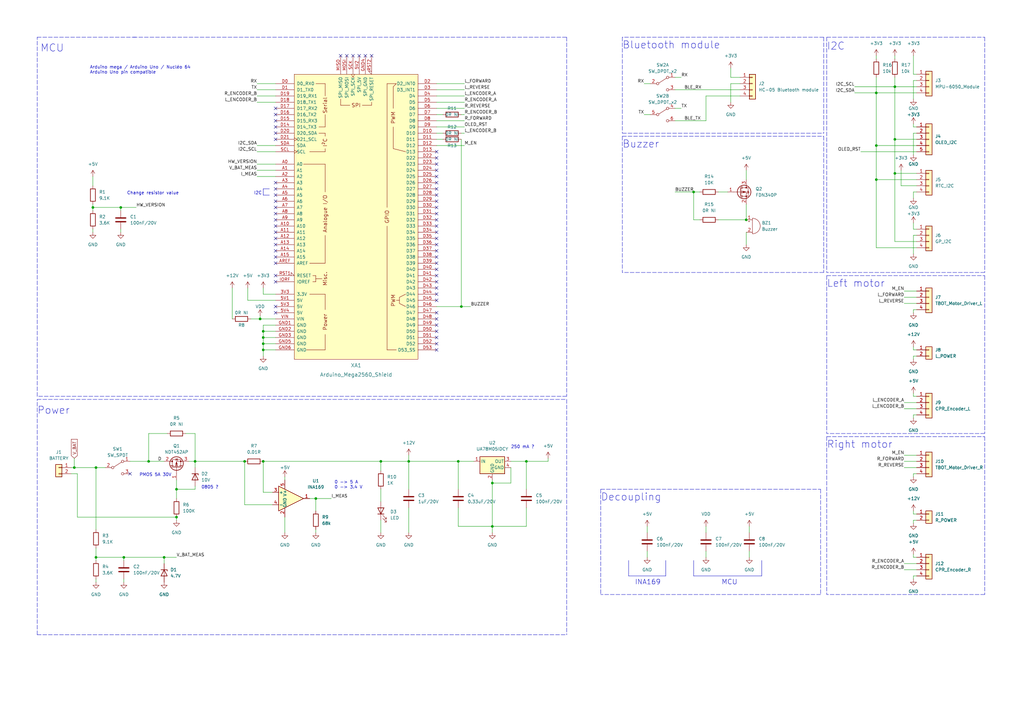
<source format=kicad_sch>
(kicad_sch (version 20211123) (generator eeschema)
  (paper "A3")
  (title_block (title "TBOT main module board") (date "2023-01-29") (rev "1.0") (company "T.JENNY, T.ATEBA"))
  (junction (at 129.54 204.47))
  (junction (at 201.93 198.12))
  (junction (at 156.21 189.23))
  (junction (at 106.68 130.81))
  (junction (at 39.37 191.77))
  (junction (at 100.33 189.23))
  (junction (at 187.96 189.23))
  (junction (at 39.37 228.6))
  (junction (at 359.41 38.1))
  (junction (at 359.41 59.69))
  (junction (at 284.48 78.74))
  (junction (at 80.01 189.23))
  (junction (at 107.95 189.23))
  (junction (at 167.64 189.23))
  (junction (at 306.07 90.17))
  (junction (at 107.95 138.43))
  (junction (at 60.96 189.23))
  (junction (at 215.9 189.23))
  (junction (at 50.8 228.6))
  (junction (at 189.23 125.73))
  (junction (at 67.31 228.6))
  (junction (at 367.03 35.56))
  (junction (at 107.95 140.97))
  (junction (at 367.03 57.15))
  (junction (at 49.53 85.09))
  (junction (at 30.48 191.77))
  (junction (at 72.39 212.09))
  (junction (at 201.93 215.9))
  (junction (at 107.95 135.89))
  (junction (at 107.95 143.51))
  (junction (at 38.1 85.09))
  (junction (at 367.03 71.12))
  (junction (at 359.41 73.66))
  (junction (at 72.39 200.66))
  (no_connect (at 113.03 102.87))
  (no_connect (at 113.03 97.79))
  (no_connect (at 113.03 100.33))
  (no_connect (at 113.03 105.41))
  (no_connect (at 113.03 107.95))
  (no_connect (at 113.03 113.03))
  (no_connect (at 113.03 92.71))
  (no_connect (at 113.03 95.25))
  (no_connect (at 113.03 87.63))
  (no_connect (at 113.03 90.17))
  (no_connect (at 113.03 49.53))
  (no_connect (at 113.03 52.07))
  (no_connect (at 113.03 46.99))
  (no_connect (at 142.24 22.86))
  (no_connect (at 147.32 22.86))
  (no_connect (at 139.7 22.86))
  (no_connect (at 152.4 22.86))
  (no_connect (at 144.78 22.86))
  (no_connect (at 149.86 22.86))
  (no_connect (at 113.03 82.55))
  (no_connect (at 113.03 80.01))
  (no_connect (at 113.03 77.47))
  (no_connect (at 113.03 74.93))
  (no_connect (at 113.03 85.09))
  (no_connect (at 113.03 44.45))
  (no_connect (at 53.34 194.31))
  (no_connect (at 179.07 140.97))
  (no_connect (at 179.07 138.43))
  (no_connect (at 179.07 135.89))
  (no_connect (at 179.07 143.51))
  (no_connect (at 113.03 125.73))
  (no_connect (at 113.03 115.57))
  (no_connect (at 113.03 128.27))
  (no_connect (at 179.07 85.09))
  (no_connect (at 179.07 77.47))
  (no_connect (at 179.07 72.39))
  (no_connect (at 179.07 90.17))
  (no_connect (at 179.07 80.01))
  (no_connect (at 179.07 82.55))
  (no_connect (at 179.07 74.93))
  (no_connect (at 179.07 87.63))
  (no_connect (at 179.07 62.23))
  (no_connect (at 179.07 64.77))
  (no_connect (at 179.07 128.27))
  (no_connect (at 179.07 130.81))
  (no_connect (at 179.07 133.35))
  (no_connect (at 179.07 67.31))
  (no_connect (at 179.07 118.11))
  (no_connect (at 179.07 107.95))
  (no_connect (at 179.07 110.49))
  (no_connect (at 179.07 113.03))
  (no_connect (at 179.07 115.57))
  (no_connect (at 179.07 95.25))
  (no_connect (at 179.07 123.19))
  (no_connect (at 179.07 92.71))
  (no_connect (at 179.07 120.65))
  (no_connect (at 179.07 69.85))
  (no_connect (at 179.07 97.79))
  (no_connect (at 179.07 100.33))
  (no_connect (at 179.07 102.87))
  (no_connect (at 179.07 105.41))
  (no_connect (at 113.03 54.61))
  (no_connect (at 113.03 57.15))
  (polyline (pts (xy 15.24 260.35) (xy 232.41 260.35)))
  (wire (pts (xy 29.21 194.31) (xy 31.75 194.31)))
  (wire (pts (xy 306.07 69.85) (xy 306.07 73.66)))
  (wire (pts (xy 189.23 125.73) (xy 193.04 125.73)))
  (wire (pts (xy 374.65 96.52) (xy 374.65 104.14)))
  (wire (pts (xy 367.03 31.75) (xy 367.03 35.56)))
  (wire (pts (xy 72.39 212.09) (xy 72.39 213.36)))
  (wire (pts (xy 289.56 226.06) (xy 289.56 228.6)))
  (wire (pts (xy 167.64 208.28) (xy 167.64 218.44)))
  (wire (pts (xy 49.53 93.98) (xy 49.53 95.25)))
  (polyline (pts (xy 257.81 229.87) (xy 257.81 236.22)) (stroke (width 0) (type solid)))
  (wire (pts (xy 116.84 195.58) (xy 116.84 196.85)))
  (wire (pts (xy 209.55 189.23) (xy 215.9 189.23)))
  (wire (pts (xy 179.07 39.37) (xy 190.5 39.37)))
  (wire (pts (xy 374.65 194.31) (xy 374.65 195.58)))
  (wire (pts (xy 374.65 22.86) (xy 374.65 30.48)))
  (polyline (pts (xy 403.86 113.03) (xy 403.86 177.8)))
  (wire (pts (xy 265.43 226.06) (xy 265.43 228.6)))
  (wire (pts (xy 156.21 200.66) (xy 156.21 205.74)))
  (wire (pts (xy 370.84 121.92) (xy 375.92 121.92)))
  (wire (pts (xy 375.92 73.66) (xy 359.41 73.66)))
  (wire (pts (xy 187.96 189.23) (xy 187.96 200.66)))
  (wire (pts (xy 276.86 44.45) (xy 279.4 44.45)))
  (wire (pts (xy 189.23 54.61) (xy 190.5 54.61)))
  (wire (pts (xy 67.31 228.6) (xy 50.8 228.6)))
  (polyline (pts (xy 403.86 15.24) (xy 403.86 111.76)))
  (wire (pts (xy 77.47 189.23) (xy 80.01 189.23)))
  (wire (pts (xy 374.65 50.8) (xy 374.65 52.07)))
  (wire (pts (xy 375.92 162.56) (xy 374.65 162.56)))
  (wire (pts (xy 100.33 207.01) (xy 111.76 207.01)))
  (wire (pts (xy 375.92 30.48) (xy 374.65 30.48)))
  (wire (pts (xy 68.58 177.8) (xy 60.96 177.8)))
  (wire (pts (xy 95.25 118.11) (xy 95.25 130.81)))
  (wire (pts (xy 179.07 52.07) (xy 190.5 52.07)))
  (polyline (pts (xy 284.48 229.87) (xy 284.48 236.22)) (stroke (width 0) (type solid)))
  (wire (pts (xy 38.1 93.98) (xy 38.1 95.25)))
  (wire (pts (xy 299.72 34.29) (xy 299.72 41.91)))
  (wire (pts (xy 105.41 72.39) (xy 113.03 72.39)))
  (wire (pts (xy 49.53 85.09) (xy 49.53 86.36)))
  (polyline (pts (xy 339.09 179.07) (xy 339.09 243.84)))
  (wire (pts (xy 350.52 35.56) (xy 367.03 35.56)))
  (wire (pts (xy 375.92 54.61) (xy 374.65 54.61)))
  (wire (pts (xy 359.41 73.66) (xy 359.41 101.6)))
  (wire (pts (xy 367.03 35.56) (xy 375.92 35.56)))
  (wire (pts (xy 156.21 189.23) (xy 167.64 189.23)))
  (wire (pts (xy 107.95 143.51) (xy 107.95 146.05)))
  (wire (pts (xy 353.06 62.23) (xy 375.92 62.23)))
  (wire (pts (xy 107.95 140.97) (xy 107.95 143.51)))
  (wire (pts (xy 375.92 101.6) (xy 359.41 101.6)))
  (wire (pts (xy 116.84 212.09) (xy 116.84 218.44)))
  (wire (pts (xy 289.56 39.37) (xy 303.53 39.37)))
  (wire (pts (xy 50.8 228.6) (xy 50.8 229.87)))
  (wire (pts (xy 201.93 215.9) (xy 201.93 218.44)))
  (wire (pts (xy 374.65 170.18) (xy 374.65 171.45)))
  (wire (pts (xy 201.93 198.12) (xy 201.93 215.9)))
  (wire (pts (xy 359.41 31.75) (xy 359.41 38.1)))
  (wire (pts (xy 265.43 215.9) (xy 265.43 218.44)))
  (polyline (pts (xy 15.24 260.35) (xy 15.24 163.83)))
  (polyline (pts (xy 284.48 236.22) (xy 312.42 236.22)) (stroke (width 0) (type solid)))
  (wire (pts (xy 370.84 231.14) (xy 375.92 231.14)))
  (wire (pts (xy 375.92 99.06) (xy 367.03 99.06)))
  (polyline (pts (xy 337.82 15.24) (xy 255.27 15.24)))
  (wire (pts (xy 370.84 165.1) (xy 375.92 165.1)))
  (wire (pts (xy 189.23 46.99) (xy 190.5 46.99)))
  (wire (pts (xy 50.8 237.49) (xy 50.8 238.76)))
  (wire (pts (xy 370.84 189.23) (xy 375.92 189.23)))
  (wire (pts (xy 67.31 228.6) (xy 67.31 231.14)))
  (polyline (pts (xy 337.82 111.76) (xy 255.27 111.76)))
  (wire (pts (xy 374.65 210.82) (xy 375.92 210.82)))
  (polyline (pts (xy 54.61 15.24) (xy 232.41 15.24)))
  (wire (pts (xy 49.53 85.09) (xy 55.88 85.09)))
  (polyline (pts (xy 339.09 113.03) (xy 403.86 113.03)))
  (polyline (pts (xy 255.27 54.61) (xy 337.82 54.61)))
  (wire (pts (xy 306.07 83.82) (xy 306.07 90.17)))
  (wire (pts (xy 113.03 133.35) (xy 107.95 133.35)))
  (wire (pts (xy 299.72 27.94) (xy 299.72 31.75)))
  (wire (pts (xy 294.64 90.17) (xy 306.07 90.17)))
  (wire (pts (xy 201.93 215.9) (xy 215.9 215.9)))
  (wire (pts (xy 374.65 142.24) (xy 374.65 143.51)))
  (wire (pts (xy 276.86 78.74) (xy 284.48 78.74)))
  (wire (pts (xy 375.92 236.22) (xy 374.65 236.22)))
  (wire (pts (xy 287.02 90.17) (xy 284.48 90.17)))
  (polyline (pts (xy 255.27 15.24) (xy 255.27 54.61)))
  (wire (pts (xy 179.07 36.83) (xy 190.5 36.83)))
  (wire (pts (xy 276.86 36.83) (xy 303.53 36.83)))
  (polyline (pts (xy 246.38 200.66) (xy 336.55 200.66)))
  (wire (pts (xy 367.03 71.12) (xy 367.03 99.06)))
  (wire (pts (xy 359.41 38.1) (xy 375.92 38.1)))
  (wire (pts (xy 367.03 57.15) (xy 375.92 57.15)))
  (polyline (pts (xy 339.09 15.24) (xy 339.09 111.76)))
  (wire (pts (xy 106.68 129.54) (xy 106.68 130.81)))
  (polyline (pts (xy 232.41 163.83) (xy 232.41 260.35)))
  (wire (pts (xy 374.65 127) (xy 374.65 128.27)))
  (wire (pts (xy 303.53 34.29) (xy 299.72 34.29)))
  (polyline (pts (xy 337.82 15.24) (xy 337.82 54.61)))
  (wire (pts (xy 189.23 57.15) (xy 189.23 125.73)))
  (wire (pts (xy 179.07 57.15) (xy 181.61 57.15)))
  (wire (pts (xy 105.41 59.69) (xy 113.03 59.69)))
  (wire (pts (xy 39.37 191.77) (xy 43.18 191.77)))
  (wire (pts (xy 30.48 187.96) (xy 30.48 191.77)))
  (polyline (pts (xy 15.24 162.56) (xy 15.24 15.24)))
  (wire (pts (xy 359.41 59.69) (xy 375.92 59.69)))
  (wire (pts (xy 303.53 31.75) (xy 299.72 31.75)))
  (wire (pts (xy 374.65 209.55) (xy 374.65 210.82)))
  (wire (pts (xy 266.7 34.29) (xy 264.16 34.29)))
  (wire (pts (xy 105.41 34.29) (xy 113.03 34.29)))
  (wire (pts (xy 38.1 72.39) (xy 38.1 76.2)))
  (wire (pts (xy 350.52 38.1) (xy 359.41 38.1)))
  (wire (pts (xy 107.95 201.93) (xy 111.76 201.93)))
  (wire (pts (xy 107.95 143.51) (xy 113.03 143.51)))
  (wire (pts (xy 215.9 189.23) (xy 224.79 189.23)))
  (polyline (pts (xy 339.09 15.24) (xy 403.86 15.24)))
  (wire (pts (xy 201.93 198.12) (xy 209.55 198.12)))
  (wire (pts (xy 375.92 143.51) (xy 374.65 143.51)))
  (wire (pts (xy 187.96 215.9) (xy 201.93 215.9)))
  (polyline (pts (xy 336.55 200.66) (xy 336.55 243.84)))
  (wire (pts (xy 105.41 67.31) (xy 113.03 67.31)))
  (wire (pts (xy 375.92 228.6) (xy 374.65 228.6)))
  (wire (pts (xy 38.1 85.09) (xy 38.1 86.36)))
  (wire (pts (xy 72.39 200.66) (xy 80.01 200.66)))
  (polyline (pts (xy 339.09 179.07) (xy 403.86 179.07)))
  (wire (pts (xy 359.41 59.69) (xy 359.41 73.66)))
  (wire (pts (xy 307.34 226.06) (xy 307.34 228.6)))
  (wire (pts (xy 156.21 189.23) (xy 156.21 193.04)))
  (wire (pts (xy 179.07 49.53) (xy 190.5 49.53)))
  (wire (pts (xy 374.65 227.33) (xy 374.65 228.6)))
  (wire (pts (xy 224.79 187.96) (xy 224.79 189.23)))
  (wire (pts (xy 107.95 133.35) (xy 107.95 135.89)))
  (wire (pts (xy 276.86 49.53) (xy 289.56 49.53)))
  (wire (pts (xy 167.64 189.23) (xy 167.64 200.66)))
  (wire (pts (xy 289.56 49.53) (xy 289.56 39.37)))
  (polyline (pts (xy 107.95 77.47) (xy 110.49 77.47)) (stroke (width 0) (type solid)))
  (wire (pts (xy 307.34 215.9) (xy 307.34 218.44)))
  (wire (pts (xy 179.07 54.61) (xy 181.61 54.61)))
  (wire (pts (xy 39.37 224.79) (xy 39.37 228.6)))
  (wire (pts (xy 38.1 83.82) (xy 38.1 85.09)))
  (wire (pts (xy 370.84 167.64) (xy 375.92 167.64)))
  (polyline (pts (xy 110.49 80.01) (xy 107.95 80.01)) (stroke (width 0) (type solid)))
  (wire (pts (xy 284.48 78.74) (xy 287.02 78.74)))
  (wire (pts (xy 30.48 191.77) (xy 39.37 191.77)))
  (wire (pts (xy 209.55 191.77) (xy 209.55 198.12)))
  (wire (pts (xy 359.41 22.86) (xy 359.41 24.13)))
  (wire (pts (xy 374.65 54.61) (xy 374.65 63.5)))
  (wire (pts (xy 129.54 217.17) (xy 129.54 218.44)))
  (wire (pts (xy 107.95 140.97) (xy 113.03 140.97)))
  (wire (pts (xy 370.84 191.77) (xy 375.92 191.77)))
  (wire (pts (xy 375.92 213.36) (xy 374.65 213.36)))
  (wire (pts (xy 39.37 237.49) (xy 39.37 238.76)))
  (wire (pts (xy 53.34 189.23) (xy 60.96 189.23)))
  (wire (pts (xy 129.54 204.47) (xy 129.54 209.55)))
  (wire (pts (xy 107.95 189.23) (xy 156.21 189.23)))
  (polyline (pts (xy 15.24 15.24) (xy 55.88 15.24)))
  (polyline (pts (xy 403.86 179.07) (xy 403.86 243.84)))
  (wire (pts (xy 215.9 208.28) (xy 215.9 215.9)))
  (wire (pts (xy 367.03 35.56) (xy 367.03 57.15)))
  (wire (pts (xy 375.92 146.05) (xy 374.65 146.05)))
  (polyline (pts (xy 246.38 200.66) (xy 246.38 243.84)))
  (wire (pts (xy 107.95 135.89) (xy 107.95 138.43)))
  (wire (pts (xy 107.95 138.43) (xy 107.95 140.97)))
  (wire (pts (xy 179.07 34.29) (xy 190.5 34.29)))
  (wire (pts (xy 375.92 78.74) (xy 374.65 78.74)))
  (wire (pts (xy 201.93 196.85) (xy 201.93 198.12)))
  (wire (pts (xy 39.37 228.6) (xy 39.37 229.87)))
  (polyline (pts (xy 312.42 229.87) (xy 312.42 236.22)) (stroke (width 0) (type solid)))
  (wire (pts (xy 76.2 177.8) (xy 80.01 177.8)))
  (polyline (pts (xy 403.86 111.76) (xy 339.09 111.76)))
  (wire (pts (xy 105.41 36.83) (xy 113.03 36.83)))
  (wire (pts (xy 105.41 69.85) (xy 113.03 69.85)))
  (wire (pts (xy 284.48 78.74) (xy 284.48 90.17)))
  (wire (pts (xy 179.07 125.73) (xy 189.23 125.73)))
  (wire (pts (xy 179.07 44.45) (xy 190.5 44.45)))
  (wire (pts (xy 60.96 189.23) (xy 67.31 189.23)))
  (wire (pts (xy 375.92 194.31) (xy 374.65 194.31)))
  (wire (pts (xy 359.41 38.1) (xy 359.41 59.69)))
  (wire (pts (xy 38.1 85.09) (xy 49.53 85.09)))
  (wire (pts (xy 375.92 96.52) (xy 374.65 96.52)))
  (wire (pts (xy 72.39 212.09) (xy 31.75 212.09)))
  (wire (pts (xy 375.92 127) (xy 374.65 127)))
  (wire (pts (xy 107.95 189.23) (xy 107.95 201.93)))
  (wire (pts (xy 187.96 208.28) (xy 187.96 215.9)))
  (polyline (pts (xy 403.86 243.84) (xy 339.09 243.84)))
  (polyline (pts (xy 273.05 229.87) (xy 273.05 236.22)) (stroke (width 0) (type solid)))
  (wire (pts (xy 179.07 41.91) (xy 190.5 41.91)))
  (wire (pts (xy 374.65 213.36) (xy 374.65 214.63)))
  (wire (pts (xy 374.65 146.05) (xy 374.65 147.32)))
  (wire (pts (xy 105.41 39.37) (xy 113.03 39.37)))
  (wire (pts (xy 129.54 204.47) (xy 135.89 204.47)))
  (wire (pts (xy 374.65 236.22) (xy 374.65 237.49)))
  (wire (pts (xy 80.01 177.8) (xy 80.01 189.23)))
  (polyline (pts (xy 336.55 243.84) (xy 246.38 243.84)))
  (wire (pts (xy 367.03 57.15) (xy 367.03 71.12)))
  (wire (pts (xy 374.65 78.74) (xy 374.65 81.28)))
  (wire (pts (xy 156.21 213.36) (xy 156.21 218.44)))
  (wire (pts (xy 167.64 186.69) (xy 167.64 189.23)))
  (polyline (pts (xy 255.27 55.88) (xy 337.82 55.88)))
  (wire (pts (xy 107.95 135.89) (xy 113.03 135.89)))
  (wire (pts (xy 102.87 130.81) (xy 106.68 130.81)))
  (wire (pts (xy 375.92 33.02) (xy 374.65 33.02)))
  (wire (pts (xy 367.03 22.86) (xy 367.03 24.13)))
  (wire (pts (xy 39.37 228.6) (xy 50.8 228.6)))
  (wire (pts (xy 39.37 191.77) (xy 39.37 217.17)))
  (wire (pts (xy 105.41 62.23) (xy 113.03 62.23)))
  (wire (pts (xy 107.95 118.11) (xy 107.95 120.65)))
  (wire (pts (xy 375.92 93.98) (xy 374.65 93.98)))
  (wire (pts (xy 113.03 123.19) (xy 101.6 123.19)))
  (wire (pts (xy 67.31 228.6) (xy 72.39 228.6)))
  (wire (pts (xy 374.65 161.29) (xy 374.65 162.56)))
  (wire (pts (xy 31.75 194.31) (xy 31.75 212.09)))
  (wire (pts (xy 60.96 177.8) (xy 60.96 189.23)))
  (wire (pts (xy 289.56 215.9) (xy 289.56 218.44)))
  (wire (pts (xy 127 204.47) (xy 129.54 204.47)))
  (wire (pts (xy 80.01 189.23) (xy 80.01 191.77)))
  (wire (pts (xy 306.07 95.25) (xy 306.07 100.33)))
  (wire (pts (xy 105.41 41.91) (xy 113.03 41.91)))
  (wire (pts (xy 107.95 138.43) (xy 113.03 138.43)))
  (wire (pts (xy 106.68 130.81) (xy 113.03 130.81)))
  (wire (pts (xy 179.07 59.69) (xy 190.5 59.69)))
  (wire (pts (xy 375.92 71.12) (xy 367.03 71.12)))
  (wire (pts (xy 101.6 118.11) (xy 101.6 123.19)))
  (polyline (pts (xy 337.82 55.88) (xy 337.82 111.76)))
  (wire (pts (xy 276.86 31.75) (xy 279.4 31.75)))
  (wire (pts (xy 215.9 189.23) (xy 215.9 200.66)))
  (polyline (pts (xy 232.41 15.24) (xy 232.41 162.56)))
  (wire (pts (xy 369.57 76.2) (xy 375.92 76.2)))
  (wire (pts (xy 72.39 200.66) (xy 72.39 196.85)))
  (wire (pts (xy 72.39 200.66) (xy 72.39 204.47)))
  (polyline (pts (xy 107.95 80.01) (xy 107.95 77.47)) (stroke (width 0) (type solid)))
  (polyline (pts (xy 257.81 236.22) (xy 273.05 236.22)) (stroke (width 0) (type solid)))
  (polyline (pts (xy 403.86 177.8) (xy 339.09 177.8)))
  (wire (pts (xy 370.84 124.46) (xy 375.92 124.46)))
  (polyline (pts (xy 339.09 113.03) (xy 339.09 177.8)))
  (wire (pts (xy 369.57 69.85) (xy 369.57 76.2)))
  (wire (pts (xy 29.21 191.77) (xy 30.48 191.77)))
  (wire (pts (xy 266.7 46.99) (xy 264.16 46.99)))
  (wire (pts (xy 370.84 119.38) (xy 375.92 119.38)))
  (polyline (pts (xy 15.24 163.83) (xy 232.41 163.83)))
  (wire (pts (xy 374.65 33.02) (xy 374.65 40.64)))
  (wire (pts (xy 100.33 189.23) (xy 100.33 207.01)))
  (wire (pts (xy 187.96 189.23) (xy 194.31 189.23)))
  (wire (pts (xy 375.92 52.07) (xy 374.65 52.07)))
  (wire (pts (xy 374.65 91.44) (xy 374.65 93.98)))
  (wire (pts (xy 370.84 233.68) (xy 375.92 233.68)))
  (polyline (pts (xy 232.41 162.56) (xy 15.24 162.56)))
  (wire (pts (xy 294.64 78.74) (xy 298.45 78.74)))
  (wire (pts (xy 370.84 186.69) (xy 375.92 186.69)))
  (polyline (pts (xy 255.27 55.88) (xy 255.27 111.76)))
  (wire (pts (xy 375.92 170.18) (xy 374.65 170.18)))
  (wire (pts (xy 167.64 189.23) (xy 187.96 189.23)))
  (wire (pts (xy 113.03 120.65) (xy 107.95 120.65)))
  (wire (pts (xy 80.01 199.39) (xy 80.01 200.66)))
  (wire (pts (xy 179.07 46.99) (xy 181.61 46.99)))
  (wire (pts (xy 80.01 189.23) (xy 100.33 189.23)))
  (text "250 mA ?" (at 209.55 184.15 0) (effects (font (size 1.27 1.27)) (justify left bottom)))
  (text "INA169" (at 260.35 240.03 0) (effects (font (size 2 2)) (justify left bottom)))
  (text "MCU" (at 295.91 240.03 0) (effects (font (size 2 2)) (justify left bottom)))
  (text "Right motor" (at 339.09 184.15 0) (effects (font (size 3 3)) (justify left bottom)))
  (text "0 -> 5 A\n0 -> 3.4 V" (at 137.16 200.66 0) (effects (font (size 1.27 1.27)) (justify left bottom)))
  (text "Bluetooth module" (at 255.27 20.32 0) (effects (font (size 3 3)) (justify left bottom)))
  (text "Decoupling" (at 246.38 205.74 0) (effects (font (size 3 3)) (justify left bottom)))
  (text "Arduino mega / Arduino Uno / Nucléo 64\nArduino Uno pin compatible" (at 36.83 30.48 0) (effects (font (size 1.27 1.27)) (justify left bottom)))
  (text "I2C" (at 104.14 80.01 0) (effects (font (size 1.27 1.27)) (justify left bottom)))
  (text "Buzzer" (at 255.27 60.96 0) (effects (font (size 3 3)) (justify left bottom)))
  (text "0805 ?" (at 82.55 200.66 0) (effects (font (size 1.27 1.27)) (justify left bottom)))
  (text "I2C\n\n\n" (at 339.09 30.48 0) (effects (font (size 3 3)) (justify left bottom)))
  (text "Change resistor value" (at 52.07 80.01 0) (effects (font (size 1.27 1.27)) (justify left bottom)))
  (text "Left motor" (at 339.09 118.11 0) (effects (font (size 3 3)) (justify left bottom)))
  (text "Power" (at 15.24 170.18 0) (effects (font (size 3 3)) (justify left bottom)))
  (text "PMOS 5A 30V" (at 57.15 195.58 0) (effects (font (size 1.27 1.27)) (justify left bottom)))
  (text "MCU" (at 16.51 21.59 0) (effects (font (size 3 3)) (justify left bottom)))
  (label "L_ENCODER_B" (at 370.84 167.64 180))
  (label "L_ENCODER_A" (at 190.5 39.37 0))
  (label "TX" (at 105.41 36.83 180))
  (label "L_ENCODER_B" (at 105.41 41.91 180))
  (label "HW_VERSION" (at 105.41 67.31 180))
  (label "RX" (at 264.16 34.29 180))
  (label "V_BAT_MEAS" (at 72.39 228.6 0))
  (label "M_EN" (at 370.84 186.69 180))
  (label "R_ENCODER_A" (at 370.84 231.14 180))
  (label "RX" (at 279.4 31.75 0))
  (label "I2C_SCL" (at 350.52 35.56 180))
  (label "M_EN" (at 190.5 59.69 0))
  (label "L_FORWARD" (at 370.84 121.92 180))
  (label "I2C_SDA" (at 350.52 38.1 180))
  (label "BUZZER" (at 193.04 125.73 0))
  (label "TX" (at 264.16 46.99 180))
  (label "L_ENCODER_B" (at 190.5 54.61 0))
  (label "R_FORWARD" (at 190.5 49.53 0))
  (label "R_ENCODER_B" (at 190.5 46.99 0))
  (label "BUZZER" (at 276.86 78.74 0))
  (label "L_FORWARD" (at 190.5 34.29 0))
  (label "I2C_SDA" (at 105.41 59.69 180))
  (label "R_REVERSE" (at 190.5 44.45 0))
  (label "OLED_RST" (at 353.06 62.23 180))
  (label "D" (at 64.77 189.23 0))
  (label "M_EN" (at 370.84 119.38 180))
  (label "OLED_RST" (at 190.5 52.07 0))
  (label "BLE_RX" (at 280.67 36.83 0))
  (label "R_REVERSE" (at 370.84 191.77 180))
  (label "HW_VERSION" (at 55.88 85.09 0))
  (label "V_BAT_MEAS" (at 105.41 69.85 180))
  (label "R_ENCODER_A" (at 190.5 41.91 0))
  (label "L_REVERSE" (at 370.84 124.46 180))
  (label "BLE_TX" (at 280.67 49.53 0))
  (label "RX" (at 105.41 34.29 180))
  (label "I_MEAS" (at 105.41 72.39 180))
  (label "R_ENCODER_B" (at 370.84 233.68 180))
  (label "I_MEAS" (at 135.89 204.47 0))
  (label "L_ENCODER_A" (at 370.84 165.1 180))
  (label "TX" (at 279.4 44.45 0))
  (label "L_REVERSE" (at 190.5 36.83 0))
  (label "R_FORWARD" (at 370.84 189.23 180))
  (label "I2C_SCL" (at 105.41 62.23 180))
  (label "R_ENCODER_B" (at 105.41 39.37 180))
  (global_label "V_BAT" (shape input) (at 30.48 187.96 90) (property "Intersheet References" "${INTERSHEET_REFS}" (effects hide)))
  (symbol (lib_id "power:GND") (at 374.65 237.49 0) (unit 1)
    (property "Reference" "#PWR049" (effects hide))
    (property "Value" "GND" (at 374.65 242.57 0))
  )
  (symbol (lib_id "power:+5V") (at 224.79 187.96 0) (unit 1)
    (property "Reference" "#PWR019" (effects hide))
    (property "Value" "+5V" (at 224.79 182.88 0))
  )
  (symbol (lib_id "power:GND") (at 374.65 63.5 0) (unit 1)
    (property "Reference" "#PWR036" (effects hide))
    (property "Value" "GND" (at 374.65 67.31 0))
  )
  (symbol (lib_id "power:+5V") (at 116.84 195.58 0) (unit 1)
    (property "Reference" "#PWR012" (effects hide))
    (property "Value" "+5V" (at 116.84 191.77 0))
  )
  (symbol (lib_id "Device:C") (at 289.56 222.25 0) (unit 1)
    (property "Reference" "C7" (at 293.37 220.9799 0) (effects (justify left)))
    (property "Value" "100nF/20V" (at 293.37 223.5199 0) (effects (justify left)))
    (property "Footprint" "Capacitor_SMD:C_0805_2012Metric" (effects hide))
  )
  (symbol (lib_id "power:+3.3V") (at 374.65 22.86 0) (unit 1)
    (property "Reference" "#PWR033" (effects hide))
    (property "Value" "+3.3V" (at 374.65 17.78 0))
  )
  (symbol (lib_id "Transistor_FET:FDN340P") (at 303.53 78.74 0) (unit 1)
    (property "Reference" "Q2" (at 309.88 77.4699 0) (effects (justify left)))
    (property "Value" "FDN340P" (at 309.88 80.0099 0) (effects (justify left)))
    (property "Footprint" "Package_TO_SOT_SMD:SOT-23" (effects hide))
    (property "Datasheet" "https://www.onsemi.com/pub/Collateral/FDN340P-D.PDF" (effects hide))
  )
  (symbol (lib_id "Device:C") (at 215.9 204.47 0) (unit 1)
    (property "Reference" "C5" (at 219.71 203.1999 0) (effects (justify left)))
    (property "Value" "100nF/20V" (at 219.71 205.7399 0) (effects (justify left)))
    (property "Footprint" "Capacitor_SMD:C_0805_2012Metric" (effects hide))
  )
  (symbol (lib_id "Connector_Generic:Conn_01x04") (at 381 121.92 0) (unit 1)
    (property "Reference" "J7" (at 383.54 121.9199 0) (effects (justify left)))
    (property "Value" "TBOT_Motor_Driver_L" (at 383.54 124.4599 0) (effects (justify left)))
    (property "Footprint" "Connector_PinHeader_2.54mm:PinHeader_1x04_P2.54mm_Vertical" (effects hide))
  )
  (symbol (lib_id "power:GND") (at 72.39 213.36 0) (unit 1)
    (property "Reference" "#PWR07" (effects hide))
    (property "Value" "GND" (at 72.39 218.44 0))
  )
  (symbol (lib_id "Amplifier_Current:INA169") (at 119.38 204.47 0) (unit 1)
    (property "Reference" "U1" (at 129.54 197.231 0))
    (property "Value" "INA169" (at 129.54 199.771 0))
    (property "Footprint" "Package_TO_SOT_SMD:SOT-23-5" (effects hide))
    (property "Datasheet" "http://www.ti.com/lit/ds/symlink/ina169.pdf" (effects hide))
  )
  (symbol (lib_id "Connector_Generic:Conn_01x05") (at 381 57.15 0) (unit 1)
    (property "Reference" "J4" (at 383.54 55.8799 0) (effects (justify left)))
    (property "Value" "OLED_I2C" (at 383.54 58.4199 0) (effects (justify left)))
    (property "Footprint" "Connector_PinSocket_2.54mm:PinSocket_1x05_P2.54mm_Vertical" (effects hide))
  )
  (symbol (lib_id "Connector_Generic:Conn_01x04") (at 381 189.23 0) (unit 1)
    (property "Reference" "J10" (at 383.54 189.2299 0) (effects (justify left)))
    (property "Value" "TBOT_Motor_Driver_R" (at 383.54 191.7699 0) (effects (justify left)))
    (property "Footprint" "Connector_PinHeader_2.54mm:PinHeader_1x04_P2.54mm_Vertical" (effects hide))
  )
  (symbol (lib_id "power:+3.3V") (at 374.65 50.8 0) (unit 1)
    (property "Reference" "#PWR035" (effects hide))
    (property "Value" "+3.3V" (at 374.65 46.99 0))
  )
  (symbol (lib_id "Connector_Generic:Conn_01x02") (at 24.13 191.77 0) (mirror y) (unit 1)
    (property "Reference" "J1" (at 24.13 185.42 0))
    (property "Value" "BATTERY" (at 24.13 187.96 0))
    (property "Footprint" "TerminalBlock_Phoenix:TerminalBlock_Phoenix_MKDS-1,5-2-5.08_1x02_P5.08mm_Horizontal" (effects hide))
  )
  (symbol (lib_id "Connector_Generic:Conn_01x04") (at 381 33.02 0) (unit 1)
    (property "Reference" "J3" (at 383.54 33.0199 0) (effects (justify left)))
    (property "Value" "MPU-6050_Module" (at 383.54 35.5599 0) (effects (justify left)))
    (property "Footprint" "Module:MPU-6050_Module" (effects hide))
  )
  (symbol (lib_id "power:+3.3V") (at 374.65 91.44 0) (unit 1)
    (property "Reference" "#PWR038" (effects hide))
    (property "Value" "+3.3V" (at 374.65 87.63 0))
  )
  (symbol (lib_id "power:GND") (at 374.65 214.63 0) (unit 1)
    (property "Reference" "#PWR047" (effects hide))
    (property "Value" "GND" (at 374.65 219.71 0))
  )
  (symbol (lib_id "Switch:SW_DPDT_x2") (at 271.78 34.29 0) (unit 1)
    (property "Reference" "SW2" (at 271.78 26.67 0))
    (property "Value" "SW_DPDT_x2" (at 271.78 29.21 0))
  )
  (symbol (lib_id "Device:R") (at 39.37 233.68 0) (unit 1)
    (property "Reference" "R4" (at 41.91 232.4099 0) (effects (justify left)))
    (property "Value" "3.6K" (at 41.91 234.9499 0) (effects (justify left)))
    (property "Footprint" "Resistor_SMD:R_0805_2012Metric" (effects hide))
  )
  (symbol (lib_id "Device:R") (at 367.03 27.94 0) (unit 1)
    (property "Reference" "R17" (at 369.57 26.6699 0) (effects (justify left)))
    (property "Value" "10k" (at 369.57 29.2099 0) (effects (justify left)))
    (property "Footprint" "Resistor_SMD:R_0805_2012Metric" (effects hide))
  )
  (symbol (lib_id "Device:LED") (at 156.21 209.55 90) (unit 1)
    (property "Reference" "D3" (at 160.02 209.8674 90) (effects (justify right)))
    (property "Value" "LED" (at 160.02 212.4074 90) (effects (justify right)))
    (property "Footprint" "LED_SMD:LED_0805_2012Metric" (effects hide))
  )
  (symbol (lib_id "power:+5V") (at 307.34 215.9 0) (unit 1)
    (property "Reference" "#PWR028" (effects hide))
    (property "Value" "+5V" (at 307.34 210.82 0))
  )
  (symbol (lib_id "power:+3.3V") (at 299.72 27.94 0) (unit 1)
    (property "Reference" "#PWR024" (effects hide))
    (property "Value" "+3.3V" (at 299.72 22.86 0))
  )
  (symbol (lib_id "power:GND") (at 38.1 95.25 0) (unit 1)
    (property "Reference" "#PWR02" (effects hide))
    (property "Value" "GND" (at 38.1 100.33 0))
  )
  (symbol (lib_id "Arduino:Arduino_Mega2560_Shield") (at 146.05 88.9 0) (unit 1)
    (property "Reference" "XA1" (at 146.05 149.86 0) (effects (font (size 1.524 1.524))))
    (property "Value" "Arduino_Mega2560_Shield" (at 146.05 153.67 0) (effects (font (size 1.524 1.524))))
    (property "Footprint" "Arduino_Library:Arduino_Mega2560_Shield" (effects hide))
    (property "Datasheet" "https://docs.arduino.cc/hardware/mega-2560" (effects hide))
  )
  (symbol (lib_id "power:GND") (at 374.65 128.27 0) (unit 1)
    (property "Reference" "#PWR040" (effects hide))
    (property "Value" "GND" (at 374.65 133.35 0))
  )
  (symbol (lib_id "Device:C") (at 187.96 204.47 0) (unit 1)
    (property "Reference" "C4" (at 191.77 203.1999 0) (effects (justify left)))
    (property "Value" "0.33uF/20V" (at 191.77 205.7399 0) (effects (justify left)))
    (property "Footprint" "Capacitor_SMD:C_0805_2012Metric" (effects hide))
  )
  (symbol (lib_id "power:GND") (at 374.65 147.32 0) (unit 1)
    (property "Reference" "#PWR042" (effects hide))
    (property "Value" "GND" (at 374.65 152.4 0))
  )
  (symbol (lib_id "Connector_Generic:Conn_01x02") (at 381 143.51 0) (unit 1)
    (property "Reference" "J8" (at 383.54 143.5099 0) (effects (justify left)))
    (property "Value" "L_POWER" (at 383.54 146.0499 0) (effects (justify left)))
    (property "Footprint" "TerminalBlock_Phoenix:TerminalBlock_Phoenix_MKDS-1,5-2-5.08_1x02_P5.08mm_Horizontal" (effects hide))
  )
  (symbol (lib_id "power:+3.3V") (at 369.57 69.85 0) (unit 1)
    (property "Reference" "#PWR032" (effects hide))
    (property "Value" "+3.3V" (at 369.57 64.77 0))
  )
  (symbol (lib_id "power:GND") (at 39.37 238.76 0) (unit 1)
    (property "Reference" "#PWR03" (effects hide))
    (property "Value" "GND" (at 39.37 243.84 0))
  )
  (symbol (lib_id "Device:D_Zener") (at 67.31 234.95 270) (unit 1)
    (property "Reference" "D1" (at 69.85 233.6799 90) (effects (justify left)))
    (property "Value" "4.7V" (at 69.85 236.2199 90) (effects (justify left)))
    (property "Footprint" "Diode_SMD:D_SOD-323" (effects hide))
  )
  (symbol (lib_id "Device:C") (at 265.43 222.25 0) (unit 1)
    (property "Reference" "C6" (at 269.24 220.9799 0) (effects (justify left)))
    (property "Value" "100nF/20V" (at 269.24 223.5199 0) (effects (justify left)))
    (property "Footprint" "Capacitor_SMD:C_0805_2012Metric" (effects hide))
  )
  (symbol (lib_id "power:GND") (at 265.43 228.6 0) (unit 1)
    (property "Reference" "#PWR021" (effects hide))
    (property "Value" "GND" (at 265.43 233.68 0))
  )
  (symbol (lib_id "power:+5V") (at 374.65 161.29 0) (unit 1)
    (property "Reference" "#PWR043" (effects hide))
    (property "Value" "+5V" (at 374.65 156.21 0))
  )
  (symbol (lib_id "Transistor_FET:ZXMP3A16G") (at 72.39 191.77 90) (unit 1)
    (property "Reference" "Q1" (at 72.39 182.88 90))
    (property "Value" "NDT452AP" (at 72.39 185.42 90))
    (property "Footprint" "Package_TO_SOT_SMD:SOT-223-3_TabPin2" (effects hide))
    (property "Datasheet" "https://www.diodes.com/assets/Datasheets/ZXMP3A16G.pdf" (effects hide))
  )
  (symbol (lib_id "power:GND") (at 167.64 218.44 0) (unit 1)
    (property "Reference" "#PWR017" (effects hide))
    (property "Value" "GND" (at 167.64 223.52 0))
  )
  (symbol (lib_id "Regulator_Linear:uA7805") (at 201.93 189.23 0) (unit 1)
    (property "Reference" "U2" (at 201.93 181.61 0))
    (property "Value" "UA78M05IDCY" (at 201.93 184.15 0))
    (property "Footprint" "Package_TO_SOT_SMD:SOT-223" (effects hide))
    (property "Datasheet" "http://www.ti.com/lit/ds/symlink/ua78.pdf" (effects hide))
  )
  (symbol (lib_id "power:GND") (at 374.65 195.58 0) (unit 1)
    (property "Reference" "#PWR045" (effects hide))
    (property "Value" "GND" (at 374.65 200.66 0))
  )
  (symbol (lib_id "Device:C") (at 49.53 90.17 0) (unit 1)
    (property "Reference" "C1" (at 53.34 88.8999 0) (effects (justify left)))
    (property "Value" "100nF/20V" (at 53.34 91.4399 0) (effects (justify left)))
    (property "Footprint" "Capacitor_SMD:C_0805_2012Metric" (effects hide))
  )
  (symbol (lib_id "Device:R") (at 99.06 130.81 90) (unit 1)
    (property "Reference" "R8" (at 99.06 133.35 90))
    (property "Value" "0R NI" (at 99.06 128.27 90))
    (property "Footprint" "Resistor_SMD:R_0805_2012Metric" (effects hide))
  )
  (symbol (lib_id "power:GND") (at 307.34 228.6 0) (unit 1)
    (property "Reference" "#PWR029" (effects hide))
    (property "Value" "GND" (at 307.34 233.68 0))
  )
  (symbol (lib_id "Device:R") (at 38.1 90.17 0) (unit 1)
    (property "Reference" "R2" (at 40.64 88.8999 0) (effects (justify left)))
    (property "Value" "3.6K" (at 40.64 91.4399 0) (effects (justify left)))
    (property "Footprint" "Resistor_SMD:R_0805_2012Metric" (effects hide))
  )
  (symbol (lib_id "power:GND") (at 116.84 218.44 0) (unit 1)
    (property "Reference" "#PWR013" (effects hide))
    (property "Value" "GND" (at 116.84 223.52 0))
  )
  (symbol (lib_id "power:VDD") (at 289.56 215.9 0) (unit 1)
    (property "Reference" "#PWR0101" (effects hide))
    (property "Value" "VDD" (at 289.56 210.82 0))
  )
  (symbol (lib_id "power:+12V") (at 95.25 118.11 0) (unit 1)
    (property "Reference" "#PWR08" (effects hide))
    (property "Value" "+12V" (at 95.25 113.03 0))
  )
  (symbol (lib_id "power:+12V") (at 374.65 142.24 0) (unit 1)
    (property "Reference" "#PWR041" (effects hide))
    (property "Value" "+12V" (at 374.65 137.16 0))
  )
  (symbol (lib_id "power:GND") (at 129.54 218.44 0) (unit 1)
    (property "Reference" "#PWR014" (effects hide))
    (property "Value" "GND" (at 129.54 223.52 0))
  )
  (symbol (lib_id "power:GND") (at 49.53 95.25 0) (unit 1)
    (property "Reference" "#PWR04" (effects hide))
    (property "Value" "GND" (at 49.53 100.33 0))
  )
  (symbol (lib_id "Device:R") (at 290.83 90.17 90) (unit 1)
    (property "Reference" "R15" (at 290.83 83.82 90))
    (property "Value" "0R NI" (at 290.83 86.36 90))
    (property "Footprint" "Resistor_SMD:R_0805_2012Metric" (effects hide))
  )
  (symbol (lib_id "Device:R") (at 359.41 27.94 0) (unit 1)
    (property "Reference" "R16" (at 361.95 26.6699 0) (effects (justify left)))
    (property "Value" "10k" (at 361.95 29.2099 0) (effects (justify left)))
    (property "Footprint" "Resistor_SMD:R_0805_2012Metric" (effects hide))
  )
  (symbol (lib_id "Connector_Generic:Conn_01x04") (at 381 73.66 0) (unit 1)
    (property "Reference" "J5" (at 383.54 73.6599 0) (effects (justify left)))
    (property "Value" "RTC_I2C" (at 383.54 76.1999 0) (effects (justify left)))
    (property "Footprint" "Connector_PinSocket_2.54mm:PinSocket_1x04_P2.54mm_Vertical" (effects hide))
  )
  (symbol (lib_id "power:GND") (at 374.65 104.14 0) (unit 1)
    (property "Reference" "#PWR039" (effects hide))
    (property "Value" "GND" (at 374.65 109.22 0))
  )
  (symbol (lib_id "Device:C") (at 307.34 222.25 0) (unit 1)
    (property "Reference" "C8" (at 311.15 220.9799 0) (effects (justify left)))
    (property "Value" "100nF/20V" (at 311.15 223.5199 0) (effects (justify left)))
    (property "Footprint" "Capacitor_SMD:C_0805_2012Metric" (effects hide))
  )
  (symbol (lib_id "power:GND") (at 107.95 146.05 0) (unit 1)
    (property "Reference" "#PWR011" (effects hide))
    (property "Value" "GND" (at 107.95 151.13 0))
  )
  (symbol (lib_id "Device:R") (at 290.83 78.74 90) (unit 1)
    (property "Reference" "R14" (at 290.83 72.39 90))
    (property "Value" "10K" (at 290.83 74.93 90))
    (property "Footprint" "Resistor_SMD:R_0805_2012Metric" (effects hide))
  )
  (symbol (lib_id "power:+5V") (at 38.1 72.39 0) (unit 1)
    (property "Reference" "#PWR01" (effects hide))
    (property "Value" "+5V" (at 38.1 67.31 0))
  )
  (symbol (lib_id "power:+12V") (at 167.64 186.69 0) (unit 1)
    (property "Reference" "#PWR016" (effects hide))
    (property "Value" "+12V" (at 167.64 181.61 0))
  )
  (symbol (lib_id "power:GND") (at 374.65 171.45 0) (unit 1)
    (property "Reference" "#PWR044" (effects hide))
    (property "Value" "GND" (at 374.65 176.53 0))
  )
  (symbol (lib_id "power:+3.3V") (at 367.03 22.86 0) (unit 1)
    (property "Reference" "#PWR031" (effects hide))
    (property "Value" "+3.3V" (at 367.03 17.78 0))
  )
  (symbol (lib_id "Diode:BZX384A10Q") (at 80.01 195.58 270) (unit 1)
    (property "Reference" "D2" (at 82.55 194.3099 90) (effects (justify left)))
    (property "Value" "10V" (at 82.55 196.8499 90) (effects (justify left)))
    (property "Footprint" "Diode_SMD:D_SOD-323" (effects hide))
    (property "Datasheet" "https://www.mouser.fr/datasheet/2/916/BZX384_Q_SER-2721638.pdf" (effects hide))
  )
  (symbol (lib_id "Connector_Generic:Conn_01x02") (at 381 210.82 0) (unit 1)
    (property "Reference" "J11" (at 383.54 210.8199 0) (effects (justify left)))
    (property "Value" "R_POWER" (at 383.54 213.3599 0) (effects (justify left)))
    (property "Footprint" "TerminalBlock_Phoenix:TerminalBlock_Phoenix_MKDS-1,5-2-5.08_1x02_P5.08mm_Horizontal" (effects hide))
  )
  (symbol (lib_id "Device:C") (at 50.8 233.68 0) (unit 1)
    (property "Reference" "C2" (at 54.61 232.4099 0) (effects (justify left)))
    (property "Value" "100nF/20V" (at 54.61 234.9499 0) (effects (justify left)))
    (property "Footprint" "Capacitor_SMD:C_0805_2012Metric" (effects hide))
  )
  (symbol (lib_id "Device:R") (at 185.42 54.61 90) (unit 1)
    (property "Reference" "R12" (at 185.42 52.07 90))
    (property "Value" "0R NI" (at 185.42 54.61 90))
    (property "Footprint" "Resistor_SMD:R_0805_2012Metric" (effects hide))
  )
  (symbol (lib_id "power:+5V") (at 306.07 69.85 0) (unit 1)
    (property "Reference" "#PWR026" (effects hide))
    (property "Value" "+5V" (at 306.07 64.77 0))
  )
  (symbol (lib_id "power:VDD") (at 106.68 129.54 0) (unit 1)
    (property "Reference" "#PWR0102" (effects hide))
    (property "Value" "VDD" (at 106.68 125.73 0))
  )
  (symbol (lib_id "Switch:SW_SPDT") (at 48.26 191.77 0) (unit 1)
    (property "Reference" "SW1" (at 48.26 184.15 0))
    (property "Value" "SW_SPDT" (at 48.26 186.69 0))
    (property "Footprint" "Button_Switch_THT:5638A" (effects hide))
    (property "Datasheet" "https://docs.rs-online.com/a588/A700000008823718.pdf" (effects hide))
  )
  (symbol (lib_id "Device:C") (at 167.64 204.47 0) (unit 1)
    (property "Reference" "C3" (at 171.45 203.1999 0) (effects (justify left)))
    (property "Value" "1uF/20V" (at 171.45 205.7399 0) (effects (justify left)))
    (property "Footprint" "Capacitor_SMD:C_0805_2012Metric" (effects hide))
  )
  (symbol (lib_id "Device:R") (at 185.42 46.99 90) (unit 1)
    (property "Reference" "R11" (at 185.42 44.45 90))
    (property "Value" "0R NI" (at 185.42 46.99 90))
    (property "Footprint" "Resistor_SMD:R_0805_2012Metric" (effects hide))
  )
  (symbol (lib_id "power:+3.3V") (at 107.95 118.11 0) (unit 1)
    (property "Reference" "#PWR010" (effects hide))
    (property "Value" "+3.3V" (at 107.95 113.03 0))
  )
  (symbol (lib_id "power:+3.3V") (at 359.41 22.86 0) (unit 1)
    (property "Reference" "#PWR030" (effects hide))
    (property "Value" "+3.3V" (at 359.41 17.78 0))
  )
  (symbol (lib_id "power:+5V") (at 101.6 118.11 0) (unit 1)
    (property "Reference" "#PWR09" (effects hide))
    (property "Value" "+5V" (at 101.6 113.03 0))
  )
  (symbol (lib_id "power:+5V") (at 374.65 227.33 0) (unit 1)
    (property "Reference" "#PWR048" (effects hide))
    (property "Value" "+5V" (at 374.65 222.25 0))
  )
  (symbol (lib_id "Device:R") (at 72.39 177.8 90) (unit 1)
    (property "Reference" "R5" (at 72.39 171.45 90))
    (property "Value" "0R NI" (at 72.39 173.99 90))
    (property "Footprint" "Resistor_SMD:R_0805_2012Metric" (effects hide))
  )
  (symbol (lib_id "Device:R") (at 72.39 208.28 0) (unit 1)
    (property "Reference" "R6" (at 74.93 207.0099 0) (effects (justify left)))
    (property "Value" "100K" (at 74.93 209.5499 0) (effects (justify left)))
    (property "Footprint" "Resistor_SMD:R_0805_2012Metric" (effects hide))
  )
  (symbol (lib_id "Device:R") (at 38.1 80.01 0) (unit 1)
    (property "Reference" "R1" (at 40.64 78.7399 0) (effects (justify left)))
    (property "Value" "9.1K" (at 40.64 81.2799 0) (effects (justify left)))
    (property "Footprint" "Resistor_SMD:R_0805_2012Metric" (effects hide))
  )
  (symbol (lib_id "power:GND") (at 374.65 40.64 0) (unit 1)
    (property "Reference" "#PWR034" (effects hide))
    (property "Value" "GND" (at 374.65 44.45 0))
  )
  (symbol (lib_id "Connector_Generic:Conn_01x04") (at 381 165.1 0) (unit 1)
    (property "Reference" "J9" (at 383.54 165.0999 0) (effects (justify left)))
    (property "Value" "CPR_Encoder_L" (at 383.54 167.6399 0) (effects (justify left)))
    (property "Footprint" "TerminalBlock_Phoenix:TerminalBlock_Phoenix_MPT-0,5-4-2.54_1x04_P2.54mm_Horizontal" (effects hide))
  )
  (symbol (lib_id "power:GND") (at 289.56 228.6 0) (unit 1)
    (property "Reference" "#PWR023" (effects hide))
    (property "Value" "GND" (at 289.56 233.68 0))
  )
  (symbol (lib_id "Switch:SW_DPDT_x2") (at 271.78 46.99 0) (unit 2)
    (property "Reference" "SW2" (at 271.78 39.37 0))
    (property "Value" "SW_DPDT_x2" (at 271.78 41.91 0))
  )
  (symbol (lib_id "Device:R") (at 156.21 196.85 0) (unit 1)
    (property "Reference" "R10" (at 158.75 195.5799 0) (effects (justify left)))
    (property "Value" "1K" (at 158.75 198.1199 0) (effects (justify left)))
    (property "Footprint" "Resistor_SMD:R_0805_2012Metric" (effects hide))
  )
  (symbol (lib_id "Device:Buzzer") (at 308.61 92.71 0) (unit 1)
    (property "Reference" "BZ1" (at 312.42 91.4399 0) (effects (justify left)))
    (property "Value" "Buzzer" (at 312.42 93.9799 0) (effects (justify left)))
    (property "Footprint" "Buzzer_Beeper:Buzzer_12x9.5RM7.6" (effects hide))
  )
  (symbol (lib_id "Connector_Generic:Conn_01x04") (at 308.61 34.29 0) (unit 1)
    (property "Reference" "J2" (at 311.15 34.2899 0) (effects (justify left)))
    (property "Value" "HC-05 Bluetooth module" (at 311.15 36.8299 0) (effects (justify left)))
    (property "Footprint" "Connector_PinSocket_2.54mm:PinSocket_1x04_P2.54mm_Horizontal" (effects hide))
  )
  (symbol (lib_id "Device:R") (at 129.54 213.36 0) (unit 1)
    (property "Reference" "R9" (at 132.08 212.0899 0) (effects (justify left)))
    (property "Value" "68k" (at 132.08 214.6299 0) (effects (justify left)))
    (property "Footprint" "Resistor_SMD:R_0805_2012Metric" (effects hide))
  )
  (symbol (lib_id "power:GND") (at 374.65 81.28 0) (unit 1)
    (property "Reference" "#PWR037" (effects hide))
    (property "Value" "GND" (at 374.65 85.09 0))
  )
  (symbol (lib_id "power:GND") (at 299.72 41.91 0) (unit 1)
    (property "Reference" "#PWR025" (effects hide))
    (property "Value" "GND" (at 299.72 46.99 0))
  )
  (symbol (lib_id "power:+5V") (at 265.43 215.9 0) (unit 1)
    (property "Reference" "#PWR020" (effects hide))
    (property "Value" "+5V" (at 265.43 210.82 0))
  )
  (symbol (lib_id "power:GND") (at 306.07 100.33 0) (unit 1)
    (property "Reference" "#PWR027" (effects hide))
    (property "Value" "GND" (at 306.07 105.41 0))
  )
  (symbol (lib_id "Connector_Generic:Conn_01x04") (at 381 231.14 0) (unit 1)
    (property "Reference" "J12" (at 383.54 231.1399 0) (effects (justify left)))
    (property "Value" "CPR_Encoder_R" (at 383.54 233.6799 0) (effects (justify left)))
    (property "Footprint" "TerminalBlock_Phoenix:TerminalBlock_Phoenix_MPT-0,5-4-2.54_1x04_P2.54mm_Horizontal" (effects hide))
  )
  (symbol (lib_id "power:GND") (at 156.21 218.44 0) (unit 1)
    (property "Reference" "#PWR015" (effects hide))
    (property "Value" "GND" (at 156.21 223.52 0))
  )
  (symbol (lib_id "power:GND") (at 50.8 238.76 0) (unit 1)
    (property "Reference" "#PWR05" (effects hide))
    (property "Value" "GND" (at 50.8 243.84 0))
  )
  (symbol (lib_id "power:GND") (at 67.31 238.76 0) (unit 1)
    (property "Reference" "#PWR06" (effects hide))
    (property "Value" "GND" (at 67.31 243.84 0))
  )
  (symbol (lib_id "power:GND") (at 201.93 218.44 0) (unit 1)
    (property "Reference" "#PWR018" (effects hide))
    (property "Value" "GND" (at 201.93 223.52 0))
  )
  (symbol (lib_id "power:+12V") (at 374.65 209.55 0) (unit 1)
    (property "Reference" "#PWR046" (effects hide))
    (property "Value" "+12V" (at 374.65 204.47 0))
  )
  (symbol (lib_id "Device:R") (at 39.37 220.98 0) (unit 1)
    (property "Reference" "R3" (at 41.91 219.7099 0) (effects (justify left)))
    (property "Value" "9.1K" (at 41.91 222.2499 0) (effects (justify left)))
    (property "Footprint" "Resistor_SMD:R_0805_2012Metric" (effects hide))
  )
  (symbol (lib_id "Device:R") (at 104.14 189.23 90) (unit 1)
    (property "Reference" "R7" (at 104.14 182.88 90))
    (property "Value" "0.01R" (at 104.14 185.42 90))
    (property "Footprint" "Resistor_SMD:R_0805_2012Metric" (effects hide))
  )
  (symbol (lib_id "Connector_Generic:Conn_01x04") (at 381 96.52 0) (unit 1)
    (property "Reference" "J6" (at 383.54 96.5199 0) (effects (justify left)))
    (property "Value" "GP_I2C" (at 383.54 99.0599 0) (effects (justify left)))
    (property "Footprint" "Connector_PinSocket_2.54mm:PinSocket_1x04_P2.54mm_Vertical" (effects hide))
  )
  (symbol (lib_id "Device:R") (at 185.42 57.15 90) (unit 1)
    (property "Reference" "R13" (at 185.42 59.69 90))
    (property "Value" "0R NI" (at 185.42 57.15 90))
    (property "Footprint" "Resistor_SMD:R_0805_2012Metric" (effects hide))
  )
)
</source>
